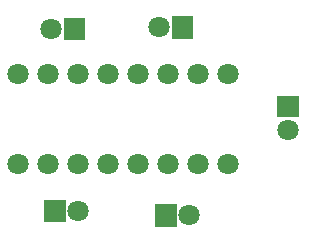
<source format=gbs>
G04 Layer: BottomSolderMaskLayer*
G04 EasyEDA v6.4.5, 2020-09-09T10:55:23+00:00*
G04 d09f7638d68c4a4883d6ef385ab6acfa,b97ca10cbf7f413284ca0e80e24dcd20,10*
G04 Gerber Generator version 0.2*
G04 Scale: 100 percent, Rotated: No, Reflected: No *
G04 Dimensions in inches *
G04 leading zeros omitted , absolute positions ,2 integer and 4 decimal *
%FSLAX24Y24*%
%MOIN*%
G90*
G70D02*

%ADD16C,0.070992*%

%LPD*%
G54D16*
G01X650Y3350D03*
G01X1650Y3350D03*
G01X2650Y3350D03*
G01X3650Y3350D03*
G01X4650Y3350D03*
G01X5650Y3350D03*
G01X6650Y3350D03*
G01X7650Y3350D03*
G01X7650Y6350D03*
G01X6650Y6350D03*
G01X5650Y6350D03*
G01X4650Y6350D03*
G01X3650Y6350D03*
G01X2650Y6350D03*
G01X1650Y6350D03*
G01X650Y6350D03*
G01X5343Y7909D03*
G36*
G01X5769Y7538D02*
G01X5769Y8278D01*
G01X6480Y8278D01*
G01X6480Y7538D01*
G01X5769Y7538D01*
G37*
G01X1744Y7859D03*
G36*
G01X2169Y7488D02*
G01X2169Y8228D01*
G01X2880Y8228D01*
G01X2880Y7488D01*
G01X2169Y7488D01*
G37*
G01X6356Y1640D03*
G36*
G01X5219Y1271D02*
G01X5219Y2011D01*
G01X5930Y2011D01*
G01X5930Y1271D01*
G01X5219Y1271D01*
G37*
G01X2655Y1790D03*
G36*
G01X1519Y1421D02*
G01X1519Y2161D01*
G01X2230Y2161D01*
G01X2230Y1421D01*
G01X1519Y1421D01*
G37*
G01X9640Y4494D03*
G36*
G01X9272Y4919D02*
G01X9272Y5630D01*
G01X10011Y5630D01*
G01X10011Y4919D01*
G01X9272Y4919D01*
G37*
M00*
M02*

</source>
